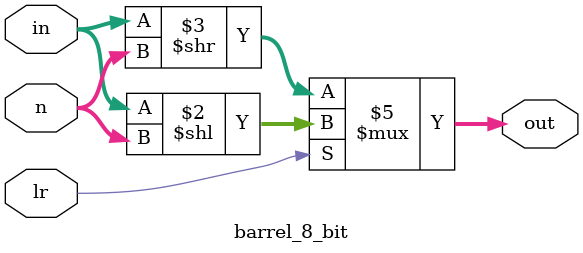
<source format=v>

module barrel_8_bit(in,n,lr,out);
  input [7:0]in;
  input [2:0]n;//number of shift
  input lr;//left or right shift control sigal
  output reg[7:0]out;
  always@(*)
    begin
      if(lr)
        begin
          out=in<<n;
        end
      else
        begin
          out=in>>n;
        end
    end
endmodule

</source>
